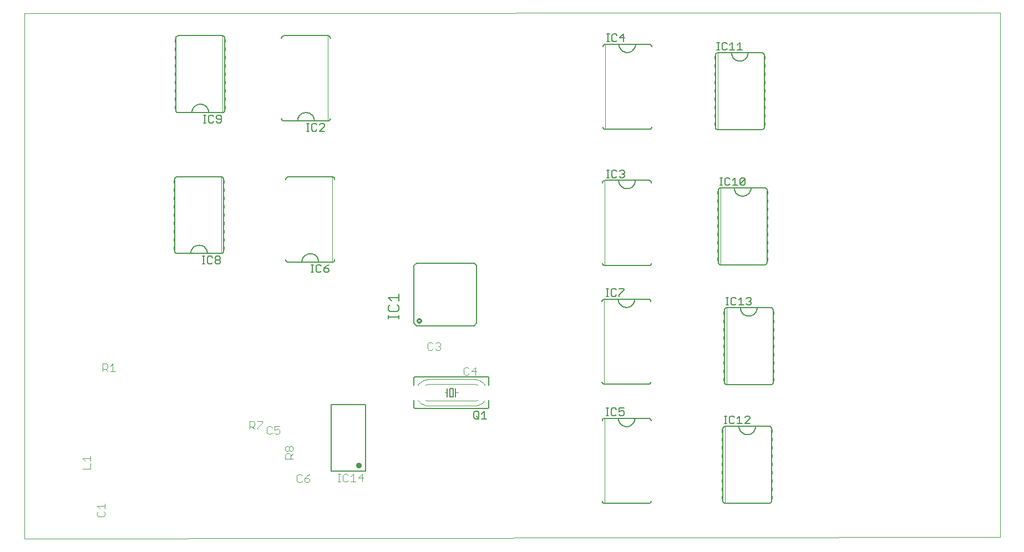
<source format=gto>
G75*
G70*
%OFA0B0*%
%FSLAX24Y24*%
%IPPOS*%
%LPD*%
%AMOC8*
5,1,8,0,0,1.08239X$1,22.5*
%
%ADD10C,0.0000*%
%ADD11C,0.0080*%
%ADD12C,0.0100*%
%ADD13C,0.0060*%
%ADD14C,0.0020*%
%ADD15C,0.0050*%
%ADD16R,0.0050X0.0200*%
%ADD17C,0.0040*%
%ADD18C,0.0348*%
D10*
X000170Y000290D02*
X000180Y031900D01*
X058792Y031930D01*
X058792Y000400D01*
X000170Y000290D01*
D11*
X018616Y004352D02*
X020664Y004352D01*
X020664Y008368D01*
X018616Y008368D01*
X018616Y004352D01*
X023728Y013100D02*
X027192Y013100D01*
X027350Y013258D01*
X027350Y016722D01*
X027192Y016880D01*
X023728Y016880D01*
X023570Y016722D01*
X023570Y013258D01*
X023728Y013100D01*
D12*
X023774Y013415D02*
X023776Y013435D01*
X023781Y013455D01*
X023791Y013473D01*
X023803Y013490D01*
X023818Y013504D01*
X023836Y013514D01*
X023855Y013522D01*
X023875Y013526D01*
X023895Y013526D01*
X023915Y013522D01*
X023934Y013514D01*
X023952Y013504D01*
X023967Y013490D01*
X023979Y013473D01*
X023989Y013455D01*
X023994Y013435D01*
X023996Y013415D01*
X023994Y013395D01*
X023989Y013375D01*
X023979Y013357D01*
X023967Y013340D01*
X023952Y013326D01*
X023934Y013316D01*
X023915Y013308D01*
X023895Y013304D01*
X023875Y013304D01*
X023855Y013308D01*
X023836Y013316D01*
X023818Y013326D01*
X023803Y013340D01*
X023791Y013357D01*
X023781Y013375D01*
X023776Y013395D01*
X023774Y013415D01*
D13*
X022680Y013520D02*
X022680Y013734D01*
X022680Y013627D02*
X022039Y013627D01*
X022039Y013520D02*
X022039Y013734D01*
X022146Y013950D02*
X022573Y013950D01*
X022680Y014056D01*
X022680Y014270D01*
X022573Y014377D01*
X022680Y014594D02*
X022680Y015021D01*
X022680Y014808D02*
X022039Y014808D01*
X022253Y014594D01*
X022146Y014377D02*
X022039Y014270D01*
X022039Y014056D01*
X022146Y013950D01*
X018670Y016940D02*
X017850Y016940D01*
X016850Y016940D01*
X016030Y016940D01*
X016007Y016942D01*
X015984Y016947D01*
X015962Y016956D01*
X015942Y016969D01*
X015924Y016984D01*
X015909Y017002D01*
X015896Y017022D01*
X015887Y017044D01*
X015882Y017067D01*
X015880Y017090D01*
X016850Y016940D02*
X016852Y016984D01*
X016858Y017027D01*
X016867Y017069D01*
X016880Y017111D01*
X016897Y017151D01*
X016917Y017190D01*
X016940Y017227D01*
X016967Y017261D01*
X016996Y017294D01*
X017029Y017323D01*
X017063Y017350D01*
X017100Y017373D01*
X017139Y017393D01*
X017179Y017410D01*
X017221Y017423D01*
X017263Y017432D01*
X017306Y017438D01*
X017350Y017440D01*
X017394Y017438D01*
X017437Y017432D01*
X017479Y017423D01*
X017521Y017410D01*
X017561Y017393D01*
X017600Y017373D01*
X017637Y017350D01*
X017671Y017323D01*
X017704Y017294D01*
X017733Y017261D01*
X017760Y017227D01*
X017783Y017190D01*
X017803Y017151D01*
X017820Y017111D01*
X017833Y017069D01*
X017842Y017027D01*
X017848Y016984D01*
X017850Y016940D01*
X018670Y016940D02*
X018693Y016942D01*
X018716Y016947D01*
X018738Y016956D01*
X018758Y016969D01*
X018776Y016984D01*
X018791Y017002D01*
X018804Y017022D01*
X018813Y017044D01*
X018818Y017067D01*
X018820Y017090D01*
X012140Y017600D02*
X012140Y021920D01*
X012138Y021943D01*
X012133Y021966D01*
X012124Y021988D01*
X012111Y022008D01*
X012096Y022026D01*
X012078Y022041D01*
X012058Y022054D01*
X012036Y022063D01*
X012013Y022068D01*
X011990Y022070D01*
X009350Y022070D01*
X009327Y022068D01*
X009304Y022063D01*
X009282Y022054D01*
X009262Y022041D01*
X009244Y022026D01*
X009229Y022008D01*
X009216Y021988D01*
X009207Y021966D01*
X009202Y021943D01*
X009200Y021920D01*
X009200Y017600D01*
X009202Y017577D01*
X009207Y017554D01*
X009216Y017532D01*
X009229Y017512D01*
X009244Y017494D01*
X009262Y017479D01*
X009282Y017466D01*
X009304Y017457D01*
X009327Y017452D01*
X009350Y017450D01*
X011990Y017450D01*
X012013Y017452D01*
X012036Y017457D01*
X012058Y017466D01*
X012078Y017479D01*
X012096Y017494D01*
X012111Y017512D01*
X012124Y017532D01*
X012133Y017554D01*
X012138Y017577D01*
X012140Y017600D01*
X011170Y017450D02*
X011168Y017494D01*
X011162Y017537D01*
X011153Y017579D01*
X011140Y017621D01*
X011123Y017661D01*
X011103Y017700D01*
X011080Y017737D01*
X011053Y017771D01*
X011024Y017804D01*
X010991Y017833D01*
X010957Y017860D01*
X010920Y017883D01*
X010881Y017903D01*
X010841Y017920D01*
X010799Y017933D01*
X010757Y017942D01*
X010714Y017948D01*
X010670Y017950D01*
X010626Y017948D01*
X010583Y017942D01*
X010541Y017933D01*
X010499Y017920D01*
X010459Y017903D01*
X010420Y017883D01*
X010383Y017860D01*
X010349Y017833D01*
X010316Y017804D01*
X010287Y017771D01*
X010260Y017737D01*
X010237Y017700D01*
X010217Y017661D01*
X010200Y017621D01*
X010187Y017579D01*
X010178Y017537D01*
X010172Y017494D01*
X010170Y017450D01*
X015880Y021910D02*
X015882Y021933D01*
X015887Y021956D01*
X015896Y021978D01*
X015909Y021998D01*
X015924Y022016D01*
X015942Y022031D01*
X015962Y022044D01*
X015984Y022053D01*
X016007Y022058D01*
X016030Y022060D01*
X018670Y022060D01*
X018693Y022058D01*
X018716Y022053D01*
X018738Y022044D01*
X018758Y022031D01*
X018776Y022016D01*
X018791Y021998D01*
X018804Y021978D01*
X018813Y021956D01*
X018818Y021933D01*
X018820Y021910D01*
X018410Y025430D02*
X017590Y025430D01*
X016590Y025430D01*
X015770Y025430D01*
X015747Y025432D01*
X015724Y025437D01*
X015702Y025446D01*
X015682Y025459D01*
X015664Y025474D01*
X015649Y025492D01*
X015636Y025512D01*
X015627Y025534D01*
X015622Y025557D01*
X015620Y025580D01*
X016590Y025430D02*
X016592Y025474D01*
X016598Y025517D01*
X016607Y025559D01*
X016620Y025601D01*
X016637Y025641D01*
X016657Y025680D01*
X016680Y025717D01*
X016707Y025751D01*
X016736Y025784D01*
X016769Y025813D01*
X016803Y025840D01*
X016840Y025863D01*
X016879Y025883D01*
X016919Y025900D01*
X016961Y025913D01*
X017003Y025922D01*
X017046Y025928D01*
X017090Y025930D01*
X017134Y025928D01*
X017177Y025922D01*
X017219Y025913D01*
X017261Y025900D01*
X017301Y025883D01*
X017340Y025863D01*
X017377Y025840D01*
X017411Y025813D01*
X017444Y025784D01*
X017473Y025751D01*
X017500Y025717D01*
X017523Y025680D01*
X017543Y025641D01*
X017560Y025601D01*
X017573Y025559D01*
X017582Y025517D01*
X017588Y025474D01*
X017590Y025430D01*
X018410Y025430D02*
X018433Y025432D01*
X018456Y025437D01*
X018478Y025446D01*
X018498Y025459D01*
X018516Y025474D01*
X018531Y025492D01*
X018544Y025512D01*
X018553Y025534D01*
X018558Y025557D01*
X018560Y025580D01*
X012210Y026080D02*
X012210Y030400D01*
X012208Y030423D01*
X012203Y030446D01*
X012194Y030468D01*
X012181Y030488D01*
X012166Y030506D01*
X012148Y030521D01*
X012128Y030534D01*
X012106Y030543D01*
X012083Y030548D01*
X012060Y030550D01*
X009420Y030550D01*
X009397Y030548D01*
X009374Y030543D01*
X009352Y030534D01*
X009332Y030521D01*
X009314Y030506D01*
X009299Y030488D01*
X009286Y030468D01*
X009277Y030446D01*
X009272Y030423D01*
X009270Y030400D01*
X009270Y026080D01*
X009272Y026057D01*
X009277Y026034D01*
X009286Y026012D01*
X009299Y025992D01*
X009314Y025974D01*
X009332Y025959D01*
X009352Y025946D01*
X009374Y025937D01*
X009397Y025932D01*
X009420Y025930D01*
X012060Y025930D01*
X012083Y025932D01*
X012106Y025937D01*
X012128Y025946D01*
X012148Y025959D01*
X012166Y025974D01*
X012181Y025992D01*
X012194Y026012D01*
X012203Y026034D01*
X012208Y026057D01*
X012210Y026080D01*
X011240Y025930D02*
X011238Y025974D01*
X011232Y026017D01*
X011223Y026059D01*
X011210Y026101D01*
X011193Y026141D01*
X011173Y026180D01*
X011150Y026217D01*
X011123Y026251D01*
X011094Y026284D01*
X011061Y026313D01*
X011027Y026340D01*
X010990Y026363D01*
X010951Y026383D01*
X010911Y026400D01*
X010869Y026413D01*
X010827Y026422D01*
X010784Y026428D01*
X010740Y026430D01*
X010696Y026428D01*
X010653Y026422D01*
X010611Y026413D01*
X010569Y026400D01*
X010529Y026383D01*
X010490Y026363D01*
X010453Y026340D01*
X010419Y026313D01*
X010386Y026284D01*
X010357Y026251D01*
X010330Y026217D01*
X010307Y026180D01*
X010287Y026141D01*
X010270Y026101D01*
X010257Y026059D01*
X010248Y026017D01*
X010242Y025974D01*
X010240Y025930D01*
X015620Y030400D02*
X015622Y030423D01*
X015627Y030446D01*
X015636Y030468D01*
X015649Y030488D01*
X015664Y030506D01*
X015682Y030521D01*
X015702Y030534D01*
X015724Y030543D01*
X015747Y030548D01*
X015770Y030550D01*
X018410Y030550D01*
X018433Y030548D01*
X018456Y030543D01*
X018478Y030534D01*
X018498Y030521D01*
X018516Y030506D01*
X018531Y030488D01*
X018544Y030468D01*
X018553Y030446D01*
X018558Y030423D01*
X018560Y030400D01*
X035080Y030040D02*
X035900Y030040D01*
X036900Y030040D01*
X037720Y030040D01*
X037743Y030038D01*
X037766Y030033D01*
X037788Y030024D01*
X037808Y030011D01*
X037826Y029996D01*
X037841Y029978D01*
X037854Y029958D01*
X037863Y029936D01*
X037868Y029913D01*
X037870Y029890D01*
X036900Y030040D02*
X036898Y029996D01*
X036892Y029953D01*
X036883Y029911D01*
X036870Y029869D01*
X036853Y029829D01*
X036833Y029790D01*
X036810Y029753D01*
X036783Y029719D01*
X036754Y029686D01*
X036721Y029657D01*
X036687Y029630D01*
X036650Y029607D01*
X036611Y029587D01*
X036571Y029570D01*
X036529Y029557D01*
X036487Y029548D01*
X036444Y029542D01*
X036400Y029540D01*
X036356Y029542D01*
X036313Y029548D01*
X036271Y029557D01*
X036229Y029570D01*
X036189Y029587D01*
X036150Y029607D01*
X036113Y029630D01*
X036079Y029657D01*
X036046Y029686D01*
X036017Y029719D01*
X035990Y029753D01*
X035967Y029790D01*
X035947Y029829D01*
X035930Y029869D01*
X035917Y029911D01*
X035908Y029953D01*
X035902Y029996D01*
X035900Y030040D01*
X035080Y030040D02*
X035057Y030038D01*
X035034Y030033D01*
X035012Y030024D01*
X034992Y030011D01*
X034974Y029996D01*
X034959Y029978D01*
X034946Y029958D01*
X034937Y029936D01*
X034932Y029913D01*
X034930Y029890D01*
X041690Y029380D02*
X041690Y025060D01*
X041692Y025037D01*
X041697Y025014D01*
X041706Y024992D01*
X041719Y024972D01*
X041734Y024954D01*
X041752Y024939D01*
X041772Y024926D01*
X041794Y024917D01*
X041817Y024912D01*
X041840Y024910D01*
X044480Y024910D01*
X044503Y024912D01*
X044526Y024917D01*
X044548Y024926D01*
X044568Y024939D01*
X044586Y024954D01*
X044601Y024972D01*
X044614Y024992D01*
X044623Y025014D01*
X044628Y025037D01*
X044630Y025060D01*
X044630Y029380D01*
X044628Y029403D01*
X044623Y029426D01*
X044614Y029448D01*
X044601Y029468D01*
X044586Y029486D01*
X044568Y029501D01*
X044548Y029514D01*
X044526Y029523D01*
X044503Y029528D01*
X044480Y029530D01*
X041840Y029530D01*
X041817Y029528D01*
X041794Y029523D01*
X041772Y029514D01*
X041752Y029501D01*
X041734Y029486D01*
X041719Y029468D01*
X041706Y029448D01*
X041697Y029426D01*
X041692Y029403D01*
X041690Y029380D01*
X042660Y029530D02*
X042662Y029486D01*
X042668Y029443D01*
X042677Y029401D01*
X042690Y029359D01*
X042707Y029319D01*
X042727Y029280D01*
X042750Y029243D01*
X042777Y029209D01*
X042806Y029176D01*
X042839Y029147D01*
X042873Y029120D01*
X042910Y029097D01*
X042949Y029077D01*
X042989Y029060D01*
X043031Y029047D01*
X043073Y029038D01*
X043116Y029032D01*
X043160Y029030D01*
X043204Y029032D01*
X043247Y029038D01*
X043289Y029047D01*
X043331Y029060D01*
X043371Y029077D01*
X043410Y029097D01*
X043447Y029120D01*
X043481Y029147D01*
X043514Y029176D01*
X043543Y029209D01*
X043570Y029243D01*
X043593Y029280D01*
X043613Y029319D01*
X043630Y029359D01*
X043643Y029401D01*
X043652Y029443D01*
X043658Y029486D01*
X043660Y029530D01*
X037870Y025070D02*
X037868Y025047D01*
X037863Y025024D01*
X037854Y025002D01*
X037841Y024982D01*
X037826Y024964D01*
X037808Y024949D01*
X037788Y024936D01*
X037766Y024927D01*
X037743Y024922D01*
X037720Y024920D01*
X035080Y024920D01*
X035057Y024922D01*
X035034Y024927D01*
X035012Y024936D01*
X034992Y024949D01*
X034974Y024964D01*
X034959Y024982D01*
X034946Y025002D01*
X034937Y025024D01*
X034932Y025047D01*
X034930Y025070D01*
X035060Y021850D02*
X035880Y021850D01*
X036880Y021850D01*
X037700Y021850D01*
X037723Y021848D01*
X037746Y021843D01*
X037768Y021834D01*
X037788Y021821D01*
X037806Y021806D01*
X037821Y021788D01*
X037834Y021768D01*
X037843Y021746D01*
X037848Y021723D01*
X037850Y021700D01*
X036880Y021850D02*
X036878Y021806D01*
X036872Y021763D01*
X036863Y021721D01*
X036850Y021679D01*
X036833Y021639D01*
X036813Y021600D01*
X036790Y021563D01*
X036763Y021529D01*
X036734Y021496D01*
X036701Y021467D01*
X036667Y021440D01*
X036630Y021417D01*
X036591Y021397D01*
X036551Y021380D01*
X036509Y021367D01*
X036467Y021358D01*
X036424Y021352D01*
X036380Y021350D01*
X036336Y021352D01*
X036293Y021358D01*
X036251Y021367D01*
X036209Y021380D01*
X036169Y021397D01*
X036130Y021417D01*
X036093Y021440D01*
X036059Y021467D01*
X036026Y021496D01*
X035997Y021529D01*
X035970Y021563D01*
X035947Y021600D01*
X035927Y021639D01*
X035910Y021679D01*
X035897Y021721D01*
X035888Y021763D01*
X035882Y021806D01*
X035880Y021850D01*
X035060Y021850D02*
X035037Y021848D01*
X035014Y021843D01*
X034992Y021834D01*
X034972Y021821D01*
X034954Y021806D01*
X034939Y021788D01*
X034926Y021768D01*
X034917Y021746D01*
X034912Y021723D01*
X034910Y021700D01*
X041860Y021250D02*
X041860Y016930D01*
X041862Y016907D01*
X041867Y016884D01*
X041876Y016862D01*
X041889Y016842D01*
X041904Y016824D01*
X041922Y016809D01*
X041942Y016796D01*
X041964Y016787D01*
X041987Y016782D01*
X042010Y016780D01*
X044650Y016780D01*
X044673Y016782D01*
X044696Y016787D01*
X044718Y016796D01*
X044738Y016809D01*
X044756Y016824D01*
X044771Y016842D01*
X044784Y016862D01*
X044793Y016884D01*
X044798Y016907D01*
X044800Y016930D01*
X044800Y021250D01*
X044798Y021273D01*
X044793Y021296D01*
X044784Y021318D01*
X044771Y021338D01*
X044756Y021356D01*
X044738Y021371D01*
X044718Y021384D01*
X044696Y021393D01*
X044673Y021398D01*
X044650Y021400D01*
X042010Y021400D01*
X041987Y021398D01*
X041964Y021393D01*
X041942Y021384D01*
X041922Y021371D01*
X041904Y021356D01*
X041889Y021338D01*
X041876Y021318D01*
X041867Y021296D01*
X041862Y021273D01*
X041860Y021250D01*
X042830Y021400D02*
X042832Y021356D01*
X042838Y021313D01*
X042847Y021271D01*
X042860Y021229D01*
X042877Y021189D01*
X042897Y021150D01*
X042920Y021113D01*
X042947Y021079D01*
X042976Y021046D01*
X043009Y021017D01*
X043043Y020990D01*
X043080Y020967D01*
X043119Y020947D01*
X043159Y020930D01*
X043201Y020917D01*
X043243Y020908D01*
X043286Y020902D01*
X043330Y020900D01*
X043374Y020902D01*
X043417Y020908D01*
X043459Y020917D01*
X043501Y020930D01*
X043541Y020947D01*
X043580Y020967D01*
X043617Y020990D01*
X043651Y021017D01*
X043684Y021046D01*
X043713Y021079D01*
X043740Y021113D01*
X043763Y021150D01*
X043783Y021189D01*
X043800Y021229D01*
X043813Y021271D01*
X043822Y021313D01*
X043828Y021356D01*
X043830Y021400D01*
X037850Y016880D02*
X037848Y016857D01*
X037843Y016834D01*
X037834Y016812D01*
X037821Y016792D01*
X037806Y016774D01*
X037788Y016759D01*
X037768Y016746D01*
X037746Y016737D01*
X037723Y016732D01*
X037700Y016730D01*
X035060Y016730D01*
X035037Y016732D01*
X035014Y016737D01*
X034992Y016746D01*
X034972Y016759D01*
X034954Y016774D01*
X034939Y016792D01*
X034926Y016812D01*
X034917Y016834D01*
X034912Y016857D01*
X034910Y016880D01*
X035030Y014710D02*
X035850Y014710D01*
X036850Y014710D01*
X037670Y014710D01*
X037693Y014708D01*
X037716Y014703D01*
X037738Y014694D01*
X037758Y014681D01*
X037776Y014666D01*
X037791Y014648D01*
X037804Y014628D01*
X037813Y014606D01*
X037818Y014583D01*
X037820Y014560D01*
X036850Y014710D02*
X036848Y014666D01*
X036842Y014623D01*
X036833Y014581D01*
X036820Y014539D01*
X036803Y014499D01*
X036783Y014460D01*
X036760Y014423D01*
X036733Y014389D01*
X036704Y014356D01*
X036671Y014327D01*
X036637Y014300D01*
X036600Y014277D01*
X036561Y014257D01*
X036521Y014240D01*
X036479Y014227D01*
X036437Y014218D01*
X036394Y014212D01*
X036350Y014210D01*
X036306Y014212D01*
X036263Y014218D01*
X036221Y014227D01*
X036179Y014240D01*
X036139Y014257D01*
X036100Y014277D01*
X036063Y014300D01*
X036029Y014327D01*
X035996Y014356D01*
X035967Y014389D01*
X035940Y014423D01*
X035917Y014460D01*
X035897Y014499D01*
X035880Y014539D01*
X035867Y014581D01*
X035858Y014623D01*
X035852Y014666D01*
X035850Y014710D01*
X035030Y014710D02*
X035007Y014708D01*
X034984Y014703D01*
X034962Y014694D01*
X034942Y014681D01*
X034924Y014666D01*
X034909Y014648D01*
X034896Y014628D01*
X034887Y014606D01*
X034882Y014583D01*
X034880Y014560D01*
X042230Y014040D02*
X042230Y009720D01*
X042232Y009697D01*
X042237Y009674D01*
X042246Y009652D01*
X042259Y009632D01*
X042274Y009614D01*
X042292Y009599D01*
X042312Y009586D01*
X042334Y009577D01*
X042357Y009572D01*
X042380Y009570D01*
X045020Y009570D01*
X045043Y009572D01*
X045066Y009577D01*
X045088Y009586D01*
X045108Y009599D01*
X045126Y009614D01*
X045141Y009632D01*
X045154Y009652D01*
X045163Y009674D01*
X045168Y009697D01*
X045170Y009720D01*
X045170Y014040D01*
X045168Y014063D01*
X045163Y014086D01*
X045154Y014108D01*
X045141Y014128D01*
X045126Y014146D01*
X045108Y014161D01*
X045088Y014174D01*
X045066Y014183D01*
X045043Y014188D01*
X045020Y014190D01*
X042380Y014190D01*
X042357Y014188D01*
X042334Y014183D01*
X042312Y014174D01*
X042292Y014161D01*
X042274Y014146D01*
X042259Y014128D01*
X042246Y014108D01*
X042237Y014086D01*
X042232Y014063D01*
X042230Y014040D01*
X043200Y014190D02*
X043202Y014146D01*
X043208Y014103D01*
X043217Y014061D01*
X043230Y014019D01*
X043247Y013979D01*
X043267Y013940D01*
X043290Y013903D01*
X043317Y013869D01*
X043346Y013836D01*
X043379Y013807D01*
X043413Y013780D01*
X043450Y013757D01*
X043489Y013737D01*
X043529Y013720D01*
X043571Y013707D01*
X043613Y013698D01*
X043656Y013692D01*
X043700Y013690D01*
X043744Y013692D01*
X043787Y013698D01*
X043829Y013707D01*
X043871Y013720D01*
X043911Y013737D01*
X043950Y013757D01*
X043987Y013780D01*
X044021Y013807D01*
X044054Y013836D01*
X044083Y013869D01*
X044110Y013903D01*
X044133Y013940D01*
X044153Y013979D01*
X044170Y014019D01*
X044183Y014061D01*
X044192Y014103D01*
X044198Y014146D01*
X044200Y014190D01*
X037820Y009740D02*
X037818Y009717D01*
X037813Y009694D01*
X037804Y009672D01*
X037791Y009652D01*
X037776Y009634D01*
X037758Y009619D01*
X037738Y009606D01*
X037716Y009597D01*
X037693Y009592D01*
X037670Y009590D01*
X035030Y009590D01*
X035007Y009592D01*
X034984Y009597D01*
X034962Y009606D01*
X034942Y009619D01*
X034924Y009634D01*
X034909Y009652D01*
X034896Y009672D01*
X034887Y009694D01*
X034882Y009717D01*
X034880Y009740D01*
X035040Y007540D02*
X035860Y007540D01*
X036860Y007540D01*
X037680Y007540D01*
X037703Y007538D01*
X037726Y007533D01*
X037748Y007524D01*
X037768Y007511D01*
X037786Y007496D01*
X037801Y007478D01*
X037814Y007458D01*
X037823Y007436D01*
X037828Y007413D01*
X037830Y007390D01*
X036860Y007540D02*
X036858Y007496D01*
X036852Y007453D01*
X036843Y007411D01*
X036830Y007369D01*
X036813Y007329D01*
X036793Y007290D01*
X036770Y007253D01*
X036743Y007219D01*
X036714Y007186D01*
X036681Y007157D01*
X036647Y007130D01*
X036610Y007107D01*
X036571Y007087D01*
X036531Y007070D01*
X036489Y007057D01*
X036447Y007048D01*
X036404Y007042D01*
X036360Y007040D01*
X036316Y007042D01*
X036273Y007048D01*
X036231Y007057D01*
X036189Y007070D01*
X036149Y007087D01*
X036110Y007107D01*
X036073Y007130D01*
X036039Y007157D01*
X036006Y007186D01*
X035977Y007219D01*
X035950Y007253D01*
X035927Y007290D01*
X035907Y007329D01*
X035890Y007369D01*
X035877Y007411D01*
X035868Y007453D01*
X035862Y007496D01*
X035860Y007540D01*
X035040Y007540D02*
X035017Y007538D01*
X034994Y007533D01*
X034972Y007524D01*
X034952Y007511D01*
X034934Y007496D01*
X034919Y007478D01*
X034906Y007458D01*
X034897Y007436D01*
X034892Y007413D01*
X034890Y007390D01*
X028080Y008240D02*
X028080Y008640D01*
X028080Y008240D02*
X028078Y008223D01*
X028074Y008206D01*
X028067Y008190D01*
X028057Y008176D01*
X028044Y008163D01*
X028030Y008153D01*
X028014Y008146D01*
X027997Y008142D01*
X027980Y008140D01*
X023680Y008140D01*
X023663Y008142D01*
X023646Y008146D01*
X023630Y008153D01*
X023616Y008163D01*
X023603Y008176D01*
X023593Y008190D01*
X023586Y008206D01*
X023582Y008223D01*
X023580Y008240D01*
X023580Y008640D01*
X023580Y009540D02*
X023580Y009940D01*
X023582Y009957D01*
X023586Y009974D01*
X023593Y009990D01*
X023603Y010004D01*
X023616Y010017D01*
X023630Y010027D01*
X023646Y010034D01*
X023663Y010038D01*
X023680Y010040D01*
X027980Y010040D01*
X027997Y010038D01*
X028014Y010034D01*
X028030Y010027D01*
X028044Y010017D01*
X028057Y010004D01*
X028067Y009990D01*
X028074Y009974D01*
X028078Y009957D01*
X028080Y009940D01*
X028080Y009540D01*
X026080Y009340D02*
X026080Y009090D01*
X026080Y008840D01*
X025930Y008840D02*
X025730Y008840D01*
X025730Y009340D01*
X025930Y009340D01*
X025930Y008840D01*
X025580Y008840D02*
X025580Y009090D01*
X025580Y009340D01*
X034890Y002570D02*
X034892Y002547D01*
X034897Y002524D01*
X034906Y002502D01*
X034919Y002482D01*
X034934Y002464D01*
X034952Y002449D01*
X034972Y002436D01*
X034994Y002427D01*
X035017Y002422D01*
X035040Y002420D01*
X037680Y002420D01*
X037703Y002422D01*
X037726Y002427D01*
X037748Y002436D01*
X037768Y002449D01*
X037786Y002464D01*
X037801Y002482D01*
X037814Y002502D01*
X037823Y002524D01*
X037828Y002547D01*
X037830Y002570D01*
X042140Y002590D02*
X042140Y006910D01*
X042142Y006933D01*
X042147Y006956D01*
X042156Y006978D01*
X042169Y006998D01*
X042184Y007016D01*
X042202Y007031D01*
X042222Y007044D01*
X042244Y007053D01*
X042267Y007058D01*
X042290Y007060D01*
X044930Y007060D01*
X044953Y007058D01*
X044976Y007053D01*
X044998Y007044D01*
X045018Y007031D01*
X045036Y007016D01*
X045051Y006998D01*
X045064Y006978D01*
X045073Y006956D01*
X045078Y006933D01*
X045080Y006910D01*
X045080Y002590D01*
X045078Y002567D01*
X045073Y002544D01*
X045064Y002522D01*
X045051Y002502D01*
X045036Y002484D01*
X045018Y002469D01*
X044998Y002456D01*
X044976Y002447D01*
X044953Y002442D01*
X044930Y002440D01*
X042290Y002440D01*
X042267Y002442D01*
X042244Y002447D01*
X042222Y002456D01*
X042202Y002469D01*
X042184Y002484D01*
X042169Y002502D01*
X042156Y002522D01*
X042147Y002544D01*
X042142Y002567D01*
X042140Y002590D01*
X043110Y007060D02*
X043112Y007016D01*
X043118Y006973D01*
X043127Y006931D01*
X043140Y006889D01*
X043157Y006849D01*
X043177Y006810D01*
X043200Y006773D01*
X043227Y006739D01*
X043256Y006706D01*
X043289Y006677D01*
X043323Y006650D01*
X043360Y006627D01*
X043399Y006607D01*
X043439Y006590D01*
X043481Y006577D01*
X043523Y006568D01*
X043566Y006562D01*
X043610Y006560D01*
X043654Y006562D01*
X043697Y006568D01*
X043739Y006577D01*
X043781Y006590D01*
X043821Y006607D01*
X043860Y006627D01*
X043897Y006650D01*
X043931Y006677D01*
X043964Y006706D01*
X043993Y006739D01*
X044020Y006773D01*
X044043Y006810D01*
X044063Y006849D01*
X044080Y006889D01*
X044093Y006931D01*
X044102Y006973D01*
X044108Y007016D01*
X044110Y007060D01*
D14*
X042280Y007050D02*
X042280Y002450D01*
X035030Y002430D02*
X035030Y007530D01*
X035020Y009600D02*
X035020Y014700D01*
X035050Y016740D02*
X035050Y021840D01*
X035070Y024930D02*
X035070Y030030D01*
X041830Y029520D02*
X041830Y024920D01*
X042000Y021390D02*
X042000Y016790D01*
X042370Y014180D02*
X042370Y009580D01*
X027180Y009590D02*
X024480Y009590D01*
X024480Y009890D02*
X027180Y009890D01*
X027180Y009590D02*
X027218Y009589D01*
X027255Y009584D01*
X027292Y009577D01*
X027328Y009568D01*
X027364Y009555D01*
X027398Y009540D01*
X027180Y009890D02*
X027236Y009888D01*
X027291Y009882D01*
X027346Y009873D01*
X027400Y009859D01*
X027453Y009842D01*
X027504Y009821D01*
X027554Y009797D01*
X027602Y009769D01*
X027649Y009738D01*
X027692Y009704D01*
X027734Y009667D01*
X027773Y009627D01*
X027809Y009585D01*
X027841Y009540D01*
X027398Y008640D02*
X027364Y008625D01*
X027328Y008612D01*
X027292Y008603D01*
X027255Y008596D01*
X027218Y008591D01*
X027180Y008590D01*
X024480Y008590D01*
X024480Y008290D02*
X027180Y008290D01*
X027236Y008292D01*
X027291Y008298D01*
X027346Y008307D01*
X027400Y008321D01*
X027453Y008338D01*
X027504Y008359D01*
X027554Y008383D01*
X027602Y008411D01*
X027649Y008442D01*
X027693Y008476D01*
X027734Y008513D01*
X027773Y008553D01*
X027809Y008595D01*
X027841Y008640D01*
X026230Y009090D02*
X026080Y009090D01*
X025580Y009090D02*
X025430Y009090D01*
X024480Y009890D02*
X024424Y009888D01*
X024369Y009882D01*
X024314Y009873D01*
X024260Y009859D01*
X024207Y009842D01*
X024156Y009821D01*
X024106Y009797D01*
X024058Y009769D01*
X024011Y009738D01*
X023967Y009704D01*
X023926Y009667D01*
X023887Y009627D01*
X023851Y009585D01*
X023819Y009540D01*
X023819Y008640D02*
X023851Y008595D01*
X023887Y008553D01*
X023926Y008513D01*
X023968Y008476D01*
X024011Y008442D01*
X024058Y008411D01*
X024106Y008383D01*
X024156Y008359D01*
X024207Y008338D01*
X024260Y008321D01*
X024314Y008307D01*
X024369Y008298D01*
X024424Y008292D01*
X024480Y008290D01*
X024480Y008590D02*
X024442Y008591D01*
X024405Y008596D01*
X024368Y008603D01*
X024332Y008612D01*
X024296Y008625D01*
X024262Y008640D01*
X024262Y009540D02*
X024296Y009555D01*
X024332Y009568D01*
X024368Y009577D01*
X024405Y009584D01*
X024442Y009589D01*
X024480Y009590D01*
X018680Y016950D02*
X018680Y022050D01*
X018420Y025440D02*
X018420Y030540D01*
X012070Y030540D02*
X012070Y025940D01*
X012000Y022060D02*
X012000Y017460D01*
D15*
X011860Y017285D02*
X011935Y017210D01*
X011935Y017135D01*
X011860Y017060D01*
X011935Y016985D01*
X011935Y016910D01*
X011860Y016835D01*
X011710Y016835D01*
X011635Y016910D01*
X011635Y016985D01*
X011710Y017060D01*
X011860Y017060D01*
X011710Y017060D02*
X011635Y017135D01*
X011635Y017210D01*
X011710Y017285D01*
X011860Y017285D01*
X011474Y017210D02*
X011399Y017285D01*
X011249Y017285D01*
X011174Y017210D01*
X011174Y016910D01*
X011249Y016835D01*
X011399Y016835D01*
X011474Y016910D01*
X011017Y016835D02*
X010867Y016835D01*
X010942Y016835D02*
X010942Y017285D01*
X010867Y017285D02*
X011017Y017285D01*
X017397Y016775D02*
X017547Y016775D01*
X017472Y016775D02*
X017472Y016325D01*
X017397Y016325D02*
X017547Y016325D01*
X017704Y016400D02*
X017779Y016325D01*
X017929Y016325D01*
X018004Y016400D01*
X018165Y016400D02*
X018240Y016325D01*
X018390Y016325D01*
X018465Y016400D01*
X018465Y016475D01*
X018390Y016550D01*
X018165Y016550D01*
X018165Y016400D01*
X018165Y016550D02*
X018315Y016700D01*
X018465Y016775D01*
X018004Y016700D02*
X017929Y016775D01*
X017779Y016775D01*
X017704Y016700D01*
X017704Y016400D01*
X027184Y007890D02*
X027259Y007965D01*
X027409Y007965D01*
X027484Y007890D01*
X027484Y007590D01*
X027409Y007515D01*
X027259Y007515D01*
X027184Y007590D01*
X027184Y007890D01*
X027334Y007665D02*
X027484Y007515D01*
X027645Y007515D02*
X027945Y007515D01*
X027795Y007515D02*
X027795Y007965D01*
X027645Y007815D01*
X035135Y007705D02*
X035285Y007705D01*
X035210Y007705D02*
X035210Y008155D01*
X035135Y008155D02*
X035285Y008155D01*
X035442Y008080D02*
X035442Y007780D01*
X035517Y007705D01*
X035667Y007705D01*
X035742Y007780D01*
X035902Y007780D02*
X035977Y007705D01*
X036128Y007705D01*
X036203Y007780D01*
X036203Y007930D01*
X036128Y008005D01*
X036052Y008005D01*
X035902Y007930D01*
X035902Y008155D01*
X036203Y008155D01*
X035742Y008080D02*
X035667Y008155D01*
X035517Y008155D01*
X035442Y008080D01*
X042235Y007675D02*
X042385Y007675D01*
X042310Y007675D02*
X042310Y007225D01*
X042235Y007225D02*
X042385Y007225D01*
X042542Y007300D02*
X042617Y007225D01*
X042767Y007225D01*
X042842Y007300D01*
X043002Y007225D02*
X043303Y007225D01*
X043152Y007225D02*
X043152Y007675D01*
X043002Y007525D01*
X042842Y007600D02*
X042767Y007675D01*
X042617Y007675D01*
X042542Y007600D01*
X042542Y007300D01*
X043463Y007225D02*
X043763Y007525D01*
X043763Y007600D01*
X043688Y007675D01*
X043538Y007675D01*
X043463Y007600D01*
X043463Y007225D02*
X043763Y007225D01*
X043778Y014355D02*
X043628Y014355D01*
X043553Y014430D01*
X043393Y014355D02*
X043092Y014355D01*
X043242Y014355D02*
X043242Y014805D01*
X043092Y014655D01*
X042932Y014730D02*
X042857Y014805D01*
X042707Y014805D01*
X042632Y014730D01*
X042632Y014430D01*
X042707Y014355D01*
X042857Y014355D01*
X042932Y014430D01*
X042475Y014355D02*
X042325Y014355D01*
X042400Y014355D02*
X042400Y014805D01*
X042325Y014805D02*
X042475Y014805D01*
X043553Y014730D02*
X043628Y014805D01*
X043778Y014805D01*
X043853Y014730D01*
X043853Y014655D01*
X043778Y014580D01*
X043853Y014505D01*
X043853Y014430D01*
X043778Y014355D01*
X043778Y014580D02*
X043703Y014580D01*
X036193Y015250D02*
X035892Y014950D01*
X035892Y014875D01*
X035732Y014950D02*
X035657Y014875D01*
X035507Y014875D01*
X035432Y014950D01*
X035432Y015250D01*
X035507Y015325D01*
X035657Y015325D01*
X035732Y015250D01*
X035892Y015325D02*
X036193Y015325D01*
X036193Y015250D01*
X035275Y015325D02*
X035125Y015325D01*
X035200Y015325D02*
X035200Y014875D01*
X035125Y014875D02*
X035275Y014875D01*
X041955Y021565D02*
X042105Y021565D01*
X042030Y021565D02*
X042030Y022015D01*
X041955Y022015D02*
X042105Y022015D01*
X042262Y021940D02*
X042262Y021640D01*
X042337Y021565D01*
X042487Y021565D01*
X042562Y021640D01*
X042722Y021565D02*
X043023Y021565D01*
X042872Y021565D02*
X042872Y022015D01*
X042722Y021865D01*
X042562Y021940D02*
X042487Y022015D01*
X042337Y022015D01*
X042262Y021940D01*
X043183Y021940D02*
X043183Y021640D01*
X043483Y021940D01*
X043483Y021640D01*
X043408Y021565D01*
X043258Y021565D01*
X043183Y021640D01*
X043183Y021940D02*
X043258Y022015D01*
X043408Y022015D01*
X043483Y021940D01*
X036223Y022090D02*
X036148Y022015D01*
X035997Y022015D01*
X035922Y022090D01*
X035762Y022090D02*
X035687Y022015D01*
X035537Y022015D01*
X035462Y022090D01*
X035462Y022390D01*
X035537Y022465D01*
X035687Y022465D01*
X035762Y022390D01*
X035922Y022390D02*
X035997Y022465D01*
X036148Y022465D01*
X036223Y022390D01*
X036223Y022315D01*
X036148Y022240D01*
X036223Y022165D01*
X036223Y022090D01*
X036148Y022240D02*
X036072Y022240D01*
X035305Y022015D02*
X035155Y022015D01*
X035230Y022015D02*
X035230Y022465D01*
X035155Y022465D02*
X035305Y022465D01*
X041785Y029695D02*
X041935Y029695D01*
X041860Y029695D02*
X041860Y030145D01*
X041785Y030145D02*
X041935Y030145D01*
X042092Y030070D02*
X042092Y029770D01*
X042167Y029695D01*
X042317Y029695D01*
X042392Y029770D01*
X042552Y029695D02*
X042853Y029695D01*
X042702Y029695D02*
X042702Y030145D01*
X042552Y029995D01*
X042392Y030070D02*
X042317Y030145D01*
X042167Y030145D01*
X042092Y030070D01*
X043013Y029995D02*
X043163Y030145D01*
X043163Y029695D01*
X043013Y029695D02*
X043313Y029695D01*
X036243Y030430D02*
X035942Y030430D01*
X036168Y030655D01*
X036168Y030205D01*
X035782Y030280D02*
X035707Y030205D01*
X035557Y030205D01*
X035482Y030280D01*
X035482Y030580D01*
X035557Y030655D01*
X035707Y030655D01*
X035782Y030580D01*
X035325Y030655D02*
X035175Y030655D01*
X035250Y030655D02*
X035250Y030205D01*
X035175Y030205D02*
X035325Y030205D01*
X018205Y025190D02*
X018205Y025115D01*
X017905Y024815D01*
X018205Y024815D01*
X018205Y025190D02*
X018130Y025265D01*
X017980Y025265D01*
X017905Y025190D01*
X017744Y025190D02*
X017669Y025265D01*
X017519Y025265D01*
X017444Y025190D01*
X017444Y024890D01*
X017519Y024815D01*
X017669Y024815D01*
X017744Y024890D01*
X017287Y024815D02*
X017137Y024815D01*
X017212Y024815D02*
X017212Y025265D01*
X017137Y025265D02*
X017287Y025265D01*
X012005Y025390D02*
X012005Y025690D01*
X011930Y025765D01*
X011780Y025765D01*
X011705Y025690D01*
X011705Y025615D01*
X011780Y025540D01*
X012005Y025540D01*
X012005Y025390D02*
X011930Y025315D01*
X011780Y025315D01*
X011705Y025390D01*
X011544Y025390D02*
X011469Y025315D01*
X011319Y025315D01*
X011244Y025390D01*
X011244Y025690D01*
X011319Y025765D01*
X011469Y025765D01*
X011544Y025690D01*
X011087Y025765D02*
X010937Y025765D01*
X011012Y025765D02*
X011012Y025315D01*
X010937Y025315D02*
X011087Y025315D01*
D16*
X012235Y026240D03*
X012235Y026740D03*
X012235Y027240D03*
X012235Y027740D03*
X012235Y028240D03*
X012235Y028740D03*
X012235Y029240D03*
X012235Y029740D03*
X012235Y030240D03*
X009245Y030240D03*
X009245Y029740D03*
X009245Y029240D03*
X009245Y028740D03*
X009245Y028240D03*
X009245Y027740D03*
X009245Y027240D03*
X009245Y026740D03*
X009245Y026240D03*
X009175Y021760D03*
X009175Y021260D03*
X009175Y020760D03*
X009175Y020260D03*
X009175Y019760D03*
X009175Y019260D03*
X009175Y018760D03*
X009175Y018260D03*
X009175Y017760D03*
X012165Y017760D03*
X012165Y018260D03*
X012165Y018760D03*
X012165Y019260D03*
X012165Y019760D03*
X012165Y020260D03*
X012165Y020760D03*
X012165Y021260D03*
X012165Y021760D03*
X041835Y021090D03*
X041835Y020590D03*
X041835Y020090D03*
X041835Y019590D03*
X041835Y019090D03*
X041835Y018590D03*
X041835Y018090D03*
X041835Y017590D03*
X041835Y017090D03*
X044825Y017090D03*
X044825Y017590D03*
X044825Y018090D03*
X044825Y018590D03*
X044825Y019090D03*
X044825Y019590D03*
X044825Y020090D03*
X044825Y020590D03*
X044825Y021090D03*
X044655Y025220D03*
X044655Y025720D03*
X044655Y026220D03*
X044655Y026720D03*
X044655Y027220D03*
X044655Y027720D03*
X044655Y028220D03*
X044655Y028720D03*
X044655Y029220D03*
X041665Y029220D03*
X041665Y028720D03*
X041665Y028220D03*
X041665Y027720D03*
X041665Y027220D03*
X041665Y026720D03*
X041665Y026220D03*
X041665Y025720D03*
X041665Y025220D03*
X042205Y013880D03*
X042205Y013380D03*
X042205Y012880D03*
X042205Y012380D03*
X042205Y011880D03*
X042205Y011380D03*
X042205Y010880D03*
X042205Y010380D03*
X042205Y009880D03*
X045195Y009880D03*
X045195Y010380D03*
X045195Y010880D03*
X045195Y011380D03*
X045195Y011880D03*
X045195Y012380D03*
X045195Y012880D03*
X045195Y013380D03*
X045195Y013880D03*
X045105Y006750D03*
X045105Y006250D03*
X045105Y005750D03*
X045105Y005250D03*
X045105Y004750D03*
X045105Y004250D03*
X045105Y003750D03*
X045105Y003250D03*
X045105Y002750D03*
X042115Y002750D03*
X042115Y003250D03*
X042115Y003750D03*
X042115Y004250D03*
X042115Y004750D03*
X042115Y005250D03*
X042115Y005750D03*
X042115Y006250D03*
X042115Y006750D03*
D17*
X027347Y010370D02*
X027040Y010370D01*
X027270Y010600D01*
X027270Y010140D01*
X026886Y010217D02*
X026809Y010140D01*
X026656Y010140D01*
X026579Y010217D01*
X026579Y010524D01*
X026656Y010600D01*
X026809Y010600D01*
X026886Y010524D01*
X025177Y011717D02*
X025101Y011640D01*
X024947Y011640D01*
X024870Y011717D01*
X024717Y011717D02*
X024640Y011640D01*
X024487Y011640D01*
X024410Y011717D01*
X024410Y012024D01*
X024487Y012100D01*
X024640Y012100D01*
X024717Y012024D01*
X024870Y012024D02*
X024947Y012100D01*
X025101Y012100D01*
X025177Y012024D01*
X025177Y011947D01*
X025101Y011870D01*
X025177Y011793D01*
X025177Y011717D01*
X025101Y011870D02*
X025024Y011870D01*
X015517Y007050D02*
X015210Y007050D01*
X015210Y006820D01*
X015363Y006897D01*
X015440Y006897D01*
X015517Y006820D01*
X015517Y006667D01*
X015440Y006590D01*
X015286Y006590D01*
X015210Y006667D01*
X015056Y006667D02*
X014979Y006590D01*
X014826Y006590D01*
X014749Y006667D01*
X014749Y006974D01*
X014826Y007050D01*
X014979Y007050D01*
X015056Y006974D01*
X014467Y007274D02*
X014160Y006967D01*
X014160Y006890D01*
X014007Y006890D02*
X013853Y007043D01*
X013930Y007043D02*
X013700Y007043D01*
X013700Y006890D02*
X013700Y007350D01*
X013930Y007350D01*
X014007Y007274D01*
X014007Y007120D01*
X013930Y007043D01*
X014160Y007350D02*
X014467Y007350D01*
X014467Y007274D01*
X015926Y005877D02*
X016003Y005877D01*
X016080Y005800D01*
X016080Y005646D01*
X016003Y005570D01*
X015926Y005570D01*
X015850Y005646D01*
X015850Y005800D01*
X015926Y005877D01*
X016080Y005800D02*
X016157Y005877D01*
X016233Y005877D01*
X016310Y005800D01*
X016310Y005646D01*
X016233Y005570D01*
X016157Y005570D01*
X016080Y005646D01*
X016080Y005416D02*
X015926Y005416D01*
X015850Y005339D01*
X015850Y005109D01*
X016310Y005109D01*
X016157Y005109D02*
X016157Y005339D01*
X016080Y005416D01*
X016157Y005263D02*
X016310Y005416D01*
X016627Y004160D02*
X016550Y004084D01*
X016550Y003777D01*
X016627Y003700D01*
X016780Y003700D01*
X016857Y003777D01*
X017010Y003777D02*
X017087Y003700D01*
X017241Y003700D01*
X017317Y003777D01*
X017317Y003853D01*
X017241Y003930D01*
X017010Y003930D01*
X017010Y003777D01*
X017010Y003930D02*
X017164Y004084D01*
X017317Y004160D01*
X016857Y004084D02*
X016780Y004160D01*
X016627Y004160D01*
X019007Y004184D02*
X019161Y004184D01*
X019084Y004184D02*
X019084Y003724D01*
X019007Y003724D02*
X019161Y003724D01*
X019314Y003801D02*
X019391Y003724D01*
X019544Y003724D01*
X019621Y003801D01*
X019775Y003724D02*
X020082Y003724D01*
X019928Y003724D02*
X019928Y004184D01*
X019775Y004031D01*
X019621Y004108D02*
X019544Y004184D01*
X019391Y004184D01*
X019314Y004108D01*
X019314Y003801D01*
X020235Y003954D02*
X020542Y003954D01*
X020465Y003724D02*
X020465Y004184D01*
X020235Y003954D01*
X005637Y010360D02*
X005330Y010360D01*
X005483Y010360D02*
X005483Y010820D01*
X005330Y010667D01*
X005176Y010744D02*
X005176Y010590D01*
X005099Y010513D01*
X004869Y010513D01*
X004869Y010360D02*
X004869Y010820D01*
X005099Y010820D01*
X005176Y010744D01*
X005023Y010513D02*
X005176Y010360D01*
X004140Y005277D02*
X004140Y004970D01*
X004140Y004817D02*
X004140Y004510D01*
X003680Y004510D01*
X003833Y004970D02*
X003680Y005124D01*
X004140Y005124D01*
X005000Y002407D02*
X005000Y002100D01*
X005000Y002253D02*
X004540Y002253D01*
X004693Y002100D01*
X004616Y001946D02*
X004540Y001869D01*
X004540Y001716D01*
X004616Y001639D01*
X004923Y001639D01*
X005000Y001716D01*
X005000Y001869D01*
X004923Y001946D01*
D18*
X020280Y004706D03*
M02*

</source>
